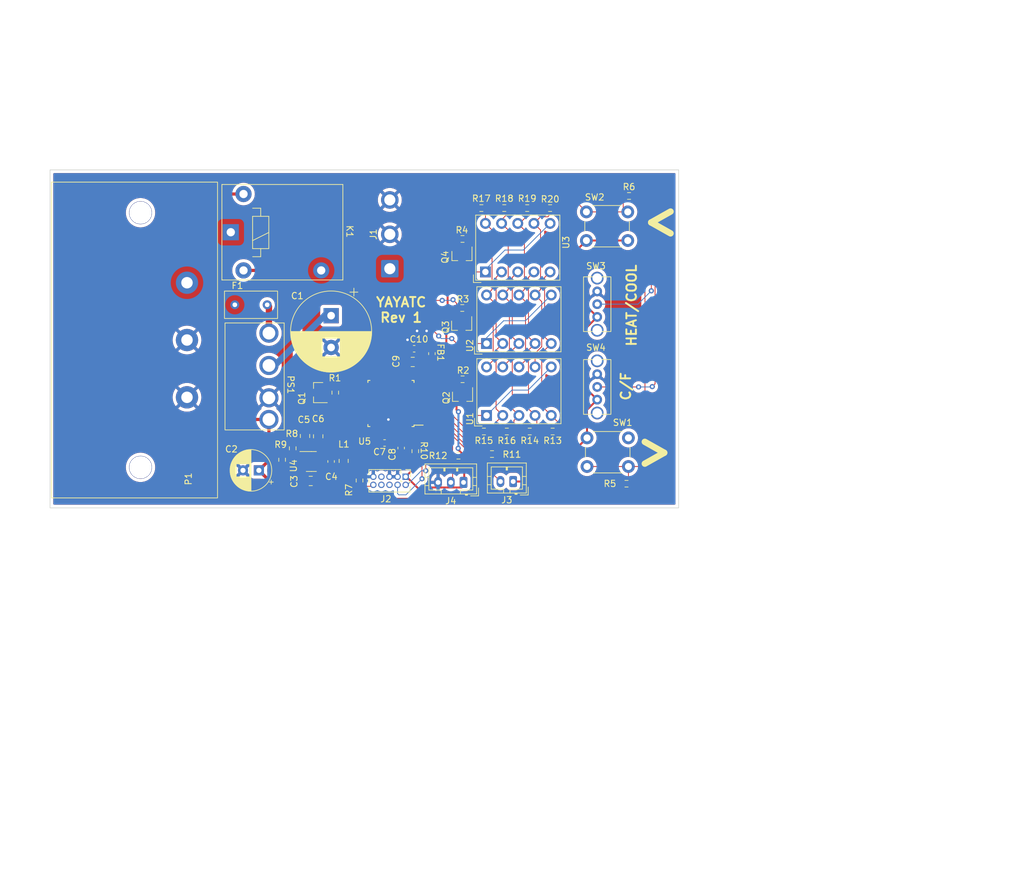
<source format=kicad_pcb>
(kicad_pcb (version 20201220) (generator pcbnew)
  (layers (0 "F.Cu" signal) (31 "B.Cu" signal) (34 "B.Paste" user) (35 "F.Paste" user) (36 "B.SilkS" user "B.Silkscreen") (37 "F.SilkS" user "F.Silkscreen") (38 "B.Mask" user) (39 "F.Mask" user) (44 "Edge.Cuts" user))
  (net 0 "")
  (net 1 "~RESET")
  (net 2 "GND")
  (net 3 "Net-(C1-Pad1)")
  (net 4 "Net-(C4-Pad2)")
  (net 5 "SWCLK")
  (net 6 "SWDIO")
  (net 7 "+3V3")
  (net 8 "Net-(C4-Pad1)")
  (net 9 "Net-(U5-Pad1)")
  (net 10 "+12V")
  (net 11 "Net-(U5-Pad2)")
  (net 12 "Net-(C7-Pad2)")
  (net 13 "Net-(F1-Pad2)")
  (net 14 "Net-(C10-Pad1)")
  (net 15 "no_connect_56")
  (net 16 "no_connect_57")
  (net 17 "Net-(K1-Pad2)")
  (net 18 "AC")
  (net 19 "TEMP_DOWN")
  (net 20 "TEMP_UP")
  (net 21 "Net-(U5-Pad23)")
  (net 22 "7SEG_A")
  (net 23 "Net-(U5-Pad24)")
  (net 24 "7SEG_B")
  (net 25 "NTC_SENSE")
  (net 26 "7SEG_C")
  (net 27 "1WIRE_DATA")
  (net 28 "Net-(Q3-Pad3)")
  (net 29 "Net-(Q4-Pad3)")
  (net 30 "7SEG_D")
  (net 31 "Net-(R8-Pad2)")
  (net 32 "7SEG_E")
  (net 33 "7SEG_F")
  (net 34 "7SEG_G")
  (net 35 "7SEG_DP")
  (net 36 "Net-(U5-Pad25)")
  (net 37 "Net-(U5-Pad27)")
  (net 38 "Net-(R13-Pad2)")
  (net 39 "Net-(R14-Pad2)")
  (net 40 "Net-(R15-Pad2)")
  (net 41 "no_connect_58")
  (net 42 "/LINE_OUT")
  (net 43 "Net-(Q1-Pad1)")
  (net 44 "Net-(R16-Pad2)")
  (net 45 "Net-(Q2-Pad3)")
  (net 46 "Net-(Q2-Pad1)")
  (net 47 "Net-(Q3-Pad1)")
  (net 48 "Net-(Q4-Pad1)")
  (net 49 "RELAY_SWITCH")
  (net 50 "DRIVE_DISP0")
  (net 51 "DRIVE_DISP1")
  (net 52 "DRIVE_DISP2")
  (net 53 "HEAT{slash}~COOL")
  (net 54 "C{slash}~F")
  (net 55 "Net-(R17-Pad2)")
  (net 56 "Net-(R18-Pad2)")
  (net 57 "Net-(R19-Pad2)")
  (net 58 "Net-(R20-Pad2)")
  (footprint "Button_Switch_THT:SW_PUSH_6mm_H13mm" (layer "F.Cu") (at 128.8 40.8 180)
    (fp_text reference "SW2")
    (fp_text value "SW_SPST")
  )
  (footprint "ben_parts:OS102011MS2Q*" (layer "F.Cu") (at 124 50.8 90)
    (fp_text reference "SW3")
    (fp_text value "SW_SPDT")
  )
  (footprint "ben_parts:LSxx-K3BxxSS" (layer "F.Cu") (at 72.43 55.35 -90)
    (fp_text reference "PS1")
    (fp_text value "LS03-K3B12SS")
  )
  (footprint "Resistor_SMD:R_0603_1608Metric_Pad0.98x0.95mm_HandSolder" (layer "F.Cu") (at 106.2 70.8 180)
    (fp_text reference "R15")
    (fp_text value "330R")
  )
  (footprint "Button_Switch_THT:SW_PUSH_6mm_H13mm" (layer "F.Cu") (at 122.4 71.8)
    (fp_text reference "SW1")
    (fp_text value "SW_SPST")
  )
  (footprint "Resistor_SMD:R_0603_1608Metric_Pad0.98x0.95mm_HandSolder" (layer "F.Cu") (at 95.425 73.89 90)
    (fp_text reference "R10")
    (fp_text value "1k")
  )
  (footprint "Banana:Banana" (layer "F.Cu") (at 131.7 71.5)
    (fp_text reference "G***" hide)
    (fp_text value "LOGO" hide)
  )
  (footprint "Resistor_SMD:R_0603_1608Metric_Pad0.98x0.95mm_HandSolder" (layer "F.Cu") (at 102.2 74.6 180)
    (fp_text reference "R12")
    (fp_text value "4.7k")
  )
  (footprint "Capacitor_THT:CP_Radial_D6.3mm_P2.50mm" (layer "F.Cu") (at 70.855 76.905 180)
    (fp_text reference "C2")
    (fp_text value "220u")
  )
  (footprint "Connector_PinHeader_1.27mm:PinHeader_2x05_P1.27mm_Vertical" (layer "F.Cu") (at 93.91 77.91 -90)
    (fp_text reference "J2")
    (fp_text value "Conn_ARM_JTAG_SWD_10")
  )
  (footprint "Resistor_SMD:R_0603_1608Metric_Pad0.98x0.95mm_HandSolder" (layer "F.Cu") (at 107.47 74.34)
    (fp_text reference "R11")
    (fp_text value "10k")
  )
  (footprint "Display_7Segment:Sx39-1xxxxx" (layer "F.Cu") (at 106.619499 68.274499 90)
    (fp_text reference "U1")
    (fp_text value "SA39-12EWA")
  )
  (footprint "Package_QFP:TQFP-32_7x7mm_P0.8mm" (layer "F.Cu") (at 91.6 66.4 180)
    (fp_text reference "U5")
    (fp_text value "ATSAMD21E15A-A")
  )
  (footprint "ben_parts:703W-00-54" (layer "F.Cu") (at 59.56 56.43 90)
    (fp_text reference "P1")
    (fp_text value "Conn_WallPlug_Earth")
  )
  (footprint "Display_7Segment:Sx39-1xxxxx" (layer "F.Cu") (at 106.439499 45.729499 90)
    (fp_text reference "U3")
    (fp_text value "SA39-12EWA")
  )
  (footprint "Resistor_SMD:R_0603_1608Metric_Pad0.98x0.95mm_HandSolder" (layer "F.Cu") (at 102.84 40.555241 180)
    (fp_text reference "R4")
    (fp_text value "680R")
  )
  (footprint "ben_parts:Relay_AZ945_A" (layer "F.Cu") (at 74.14 39.195 180)
    (fp_text reference "K1")
    (fp_text value "AZ943-1AH-12DE")
  )
  (footprint "Resistor_SMD:R_0603_1608Metric_Pad0.98x0.95mm_HandSolder" (layer "F.Cu") (at 74.5 75.24 -90)
    (fp_text reference "R9")
    (fp_text value "10k")
  )
  (footprint "Package_TO_SOT_SMD:SOT-23" (layer "F.Cu") (at 102.71 54.145 -90)
    (fp_text reference "Q3")
    (fp_text value "BC858")
  )
  (footprint "Resistor_SMD:R_0603_1608Metric_Pad0.98x0.95mm_HandSolder" (layer "F.Cu") (at 86.665 78.495 -90)
    (fp_text reference "R7")
    (fp_text value "10k")
  )
  (footprint "Capacitor_SMD:C_0603_1608Metric_Pad1.08x0.95mm_HandSolder" (layer "F.Cu") (at 93.2 73.4 -90)
    (fp_text reference "C8")
    (fp_text value "100n")
  )
  (footprint "Package_TO_SOT_SMD:SOT-23" (layer "F.Cu") (at 102.85002 65.30002 -90)
    (fp_text reference "Q2")
    (fp_text value "BC858")
  )
  (footprint "Resistor_SMD:R_0603_1608Metric_Pad0.98x0.95mm_HandSolder" (layer "F.Cu") (at 76.165 73.44 -90)
    (fp_text reference "R8")
    (fp_text value "33k")
  )
  (footprint "Capacitor_SMD:C_0603_1608Metric_Pad1.08x0.95mm_HandSolder" (layer "F.Cu") (at 95.245 57.805 180)
    (fp_text reference "C10")
    (fp_text value "100n")
  )
  (footprint "Resistor_SMD:R_0603_1608Metric_Pad0.98x0.95mm_HandSolder" (layer "F.Cu") (at 102.85002 62.60002 180)
    (fp_text reference "R2")
    (fp_text value "680R")
  )
  (footprint "Resistor_SMD:R_0603_1608Metric_Pad0.98x0.95mm_HandSolder" (layer "F.Cu") (at 82.855 64.695 90)
    (fp_text reference "R1")
    (fp_text value "680R")
  )
  (footprint "Inductor_SMD:L_0603_1608Metric_Pad1.05x0.95mm_HandSolder" (layer "F.Cu") (at 98.035 58.57 90)
    (fp_text reference "FB1")
    (fp_text value "1k@100M")
  )
  (footprint "Package_TO_SOT_SMD:SOT-23" (layer "F.Cu") (at 102.75 43.2 -90)
    (fp_text reference "Q4")
    (fp_text value "BC858")
  )
  (footprint "Resistor_SMD:R_0603_1608Metric_Pad0.98x0.95mm_HandSolder" (layer "F.Cu") (at 116.6 35.7 180)
    (fp_text reference "R20")
    (fp_text value "330R")
  )
  (footprint "Resistor_SMD:R_0603_1608Metric_Pad0.98x0.95mm_HandSolder" (layer "F.Cu") (at 109.8 70.8 180)
    (fp_text reference "R16")
    (fp_text value "330R")
  )
  (footprint "Capacitor_SMD:C_0805_2012Metric_Pad1.18x1.45mm_HandSolder" (layer "F.Cu") (at 78.1 71.505 90)
    (fp_text reference "C5")
    (fp_text value "10u")
  )
  (footprint "Capacitor_SMD:C_0603_1608Metric_Pad1.08x0.95mm_HandSolder" (layer "F.Cu") (at 82.195 75.51 -90)
    (fp_text reference "C4")
    (fp_text value "100n")
  )
  (footprint "Resistor_SMD:R_0603_1608Metric_Pad0.98x0.95mm_HandSolder" (layer "F.Cu") (at 109.4 35.7 180)
    (fp_text reference "R18")
    (fp_text value "330R")
  )
  (footprint "ben_parts:OS102011MS2Q*" (layer "F.Cu") (at 124 63.8 90)
    (fp_text reference "SW4")
    (fp_text value "SW_SPDT")
  )
  (footprint "Package_TO_SOT_SMD:SOT-23" (layer "F.Cu") (at 80.2 64.695 180)
    (fp_text reference "Q1")
    (fp_text value "BC849")
  )
  (footprint "Resistor_SMD:R_0603_1608Metric_Pad0.98x0.95mm_HandSolder" (layer "F.Cu") (at 129 33.8)
    (fp_text reference "R6")
    (fp_text value "10k")
  )
  (footprint "Capacitor_SMD:C_0805_2012Metric_Pad1.18x1.45mm_HandSolder" (layer "F.Cu") (at 79 78.57)
    (fp_text reference "C3")
    (fp_text value "10u")
  )
  (footprint "Resistor_SMD:R_0603_1608Metric_Pad0.98x0.95mm_HandSolder" (layer "F.Cu") (at 128.6 79 180)
    (fp_text reference "R5")
    (fp_text value "10k")
  )
  (footprint "Resistor_SMD:R_0603_1608Metric_Pad0.98x0.95mm_HandSolder" (layer "F.Cu") (at 117 70.8 180)
    (fp_text reference "R13")
    (fp_text value "330R")
  )
  (footprint "Inductor_SMD:L_0805_2012Metric_Pad1.15x1.40mm_HandSolder" (layer "F.Cu") (at 84.175 75.42 90)
    (fp_text reference "L1")
    (fp_text value "3.3uH")
  )
  (footprint "Connector_JST:JST_PH_B3B-PH-K_1x03_P2.00mm_Vertical" (layer "F.Cu") (at 103 78.8 180)
    (fp_text reference "J4")
    (fp_text value "Conn_01x03")
  )
  (footprint "Connector_Wire:SolderWire-1sqmm_1x03_P5.4mm_D1.4mm_OD2.7mm" (layer "F.Cu") (at 91.42 45.225 90)
    (fp_text reference "J1")
    (fp_text value "Conn_WallSocket_Earth")
  )
  (footprint "Resistor_SMD:R_0603_1608Metric_Pad0.98x0.95mm_HandSolder" (layer "F.Cu") (at 105.8 35.7 180)
    (fp_text reference "R17")
    (fp_text value "330R")
  )
  (footprint "Display_7Segment:Sx39-1xxxxx" (layer "F.Cu") (at 106.619499 56.979499 90)
    (fp_text reference "U2")
    (fp_text value "SA39-12EWA")
  )
  (footprint "Capacitor_SMD:C_0603_1608Metric_Pad1.08x0.95mm_HandSolder" (layer "F.Cu") (at 90.6 72.6)
    (fp_text reference "C7")
    (fp_text value "1u")
  )
  (footprint "Connector_JST:JST_PH_B2B-PH-K_1x02_P2.00mm_Vertical" (layer "F.Cu") (at 110.8 78.66 180)
    (fp_text reference "J3")
    (fp_text value "Conn_01x02")
  )
  (footprint "Capacitor_THT:CP_Radial_D12.5mm_P5.00mm" (layer "F.Cu") (at 82.2 52.6 -90)
    (fp_text reference "C1")
    (fp_text value "22u 400V")
  )
  (footprint "Resistor_SMD:R_0603_1608Metric_Pad0.98x0.95mm_HandSolder" (layer "F.Cu") (at 113.4 70.8 180)
    (fp_text reference "R14")
    (fp_text value "330R")
  )
  (footprint "Resistor_SMD:R_0603_1608Metric_Pad0.98x0.95mm_HandSolder" (layer "F.Cu") (at 113 35.7 180)
    (fp_text reference "R19")
    (fp_text value "330R")
  )
  (footprint "Capacitor_SMD:C_0805_2012Metric_Pad1.18x1.45mm_HandSolder" (layer "F.Cu") (at 95.02 59.875 180)
    (fp_text reference "C9")
    (fp_text value "10u")
  )
  (footprint "Resistor_SMD:R_0603_1608Metric_Pad0.98x0.95mm_HandSolder" (layer "F.Cu") (at 102.8 51.4 180)
    (fp_text reference "R3")
    (fp_text value "680R")
  )
  (footprint "Capacitor_SMD:C_0805_2012Metric_Pad1.18x1.45mm_HandSolder" (layer "F.Cu") (at 80.17 71.55 90)
    (fp_text reference "C6")
    (fp_text value "10u")
  )
  (footprint "ben_parts:0697H1000-02" (layer "F.Cu") (at 67.075 50.895)
    (fp_text reference "F1")
    (fp_text value "1A SB")
  )
  (footprint "Package_TO_SOT_SMD:TSOT-23-6" (layer "F.Cu") (at 79.09 75.51)
    (fp_text reference "U4")
    (fp_text value "AP63201WU")
  )
  (gr_rect (start 38.05 29.7) (end 136.8 82.8) (layer "Edge.Cuts") (width 0.1) (fill none))
  (gr_text "HEAT/COOL" (at 129.4 51 90) (layer "F.SilkS") (effects (font (size 1.5 1.5) (thickness 0.3))))
  (gr_text ">" (at 133 73.7) (layer "F.SilkS") (effects (font (size 6 4) (thickness 1))))
  (gr_text ">" (at 134 38.4 180) (layer "F.SilkS") (effects (font (size 6 4) (thickness 1))))
  (gr_text "C/F" (at 128.5 63.7 90) (layer "F.SilkS") (effects (font (size 1.5 1.5) (thickness 0.3))))
  (gr_text "YAYATC\nRev 1" (at 93.2 51.7) (layer "F.SilkS") (effects (font (size 1.5 1.5) (thickness 0.3))))
  (segment (start 88.375 76.02) (end 87.655 76.74) (width 0.127) (layer "F.Cu") (net 1))
  (segment (start 88.375 71.52) (end 88.375 76.02) (width 0.127) (layer "F.Cu") (net 1))
  (segment (start 88.4 71.45) (end 88.139499 71.710501) (width 0.127) (layer "F.Cu") (net 1))
  (segment (start 87.655 76.74) (end 87.655 78.4175) (width 0.127) (layer "F.Cu") (net 1))
  (segment (start 86.665 79.4075) (end 88.6025 79.4075) (width 0.127) (layer "F.Cu") (net 1))
  (segment (start 88.6025 79.4075) (end 88.83 79.18) (width 0.127) (layer "F.Cu") (net 1))
  (segment (start 87.655 78.4175) (end 86.665 79.4075) (width 0.127) (layer "F.Cu") (net 1))
  (segment (start 94.3825 59.475) (end 93.9825 59.875) (width 0.127) (layer "F.Cu") (net 2))
  (segment (start 91.2 70.65) (end 91.2 68.925) (width 0.127) (layer "F.Cu") (net 2))
  (segment (start 93.6 62.15) (end 93.6 60.2575) (width 0.127) (layer "F.Cu") (net 2))
  (segment (start 93.6 60.2575) (end 93.9825 59.875) (width 0.127) (layer "F.Cu") (net 2))
  (segment (start 91.2 68.925) (end 91.195 68.92) (width 0.127) (layer "F.Cu") (net 2))
  (segment (start 94.3825 57.805) (end 94.3825 59.475) (width 0.254) (layer "F.Cu") (net 2))
  (via (at 91.195 68.92) (size 0.8) (drill 0.4) (layers "F.Cu" "B.Cu") (net 2))
  (via (at 94.2 56.4) (size 0.8) (drill 0.4) (layers "F.Cu" "B.Cu") (net 2))
  (via (at 97.2 55) (size 0.8) (drill 0.4) (layers "F.Cu" "B.Cu") (net 2))
  (via (at 95.7 55) (size 0.8) (drill 0.4) (layers "F.Cu" "B.Cu") (net 2))
  (segment (start 73.335 60.43) (end 81.25 52.515) (width 1) (layer "B.Cu") (net 3))
  (segment (start 72.43 60.43) (end 73.335 60.43) (width 1) (layer "B.Cu") (net 3))
  (segment (start 81.25 52.515) (end 82.285 52.515) (width 1) (layer "B.Cu") (net 3))
  (segment (start 82.195 76.3725) (end 84.1025 76.3725) (width 0.127) (layer "F.Cu") (net 4))
  (segment (start 80.2275 75.51) (end 81.3325 75.51) (width 0.127) (layer "F.Cu") (net 4))
  (segment (start 81.3325 75.51) (end 82.195 76.3725) (width 0.127) (layer "F.Cu") (net 4))
  (segment (start 84.1025 76.3725) (end 84.175 76.445) (width 0.127) (layer "F.Cu") (net 4))
  (segment (start 94.435 72.405) (end 94.8525 72.405) (width 0.127) (layer "F.Cu") (net 5))
  (segment (start 93.6 71.57) (end 93.72851 71.69851) (width 0.127) (layer "F.Cu") (net 5))
  (segment (start 94.8525 72.405) (end 95.425 72.9775) (width 0.127) (layer "F.Cu") (net 5))
  (segment (start 93.6 70.6) (end 93.6 71.57) (width 0.127) (layer "F.Cu") (net 5))
  (segment (start 96.475 74.0275) (end 95.425 72.9775) (width 0.127) (layer "F.Cu") (net 5))
  (segment (start 93.6 71.57) (end 94.435 72.405) (width 0.127) (layer "F.Cu") (net 5))
  (segment (start 96.475 78.225) (end 96.475 74.0275) (width 0.127) (layer "F.Cu") (net 5))
  (via (at 96.475 78.225) (size 0.8) (drill 0.4) (layers "F.Cu" "B.Cu") (net 5))
  (segment (start 92.64 80.555) (end 92.64 79.18) (width 0.127) (layer "B.Cu") (net 5))
  (segment (start 92.83 80.745) (end 92.64 80.555) (width 0.127) (layer "B.Cu") (net 5))
  (segment (start 93.955 80.745) (end 92.83 80.745) (width 0.127) (layer "B.Cu") (net 5))
  (segment (start 96.475 78.225) (end 93.955 80.745) (width 0.127) (layer "B.Cu") (net 5))
  (segment (start 97.0655 76.965) (end 97.0655 73.3155) (width 0.127) (layer "F.Cu") (net 6))
  (segment (start 97.0655 73.3155) (end 94.4 70.65) (width 0.127) (layer "F.Cu") (net 6))
  (via (at 97.0655 76.965) (size 0.8) (drill 0.4) (layers "F.Cu" "B.Cu") (net 6))
  (segment (start 94.154082 79.18) (end 96.369082 76.965) (width 0.127) (layer "B.Cu") (net 6))
  (segment (start 93.91 79.18) (end 94.154082 79.18) (width 0.127) (layer "B.Cu") (net 6))
  (segment (start 96.369082 76.965) (end 97.0655 76.965) (width 0.127) (layer "B.Cu") (net 6))
  (segment (start 98.035 60.635) (end 100.3 62.9) (width 0.3) (layer "F.Cu") (net 7))
  (segment (start 92.89 70.85) (end 92.89 72.5625) (width 0.3) (layer "F.Cu") (net 7))
  (segment (start 101.145 53.145) (end 101.76 53.145) (width 0.3) (layer "F.Cu") (net 7))
  (segment (start 122.4 71.8) (end 115.54 78.66) (width 0.3) (layer "F.Cu") (net 7))
  (segment (start 121.3 63.1) (end 121.3 55.5) (width 0.3) (layer "F.Cu") (net 7))
  (segment (start 101.70002 64.30002) (end 100.3 62.9) (width 0.3) (layer "F.Cu") (net 7))
  (segment (start 96.228988 79.59501) (end 95.98 79.843998) (width 0.3) (layer "F.Cu") (net 7))
  (segment (start 128.8 40.8) (end 122.3 40.8) (width 0.3) (layer "F.Cu") (net 7))
  (segment (start 95.98 79.843998) (end 94.046002 77.91) (width 0.3) (layer "F.Cu") (net 7))
  (segment (start 93.474052 72.9375) (end 95.339052 74.8025) (width 0.5) (layer "F.Cu") (net 7))
  (segment (start 124 52.8) (end 121.2 50) (width 0.3) (layer "F.Cu") (net 7))
  (segment (start 94.135 77.685) (end 93.91 77.91) (width 0.5) (layer "F.Cu") (net 7))
  (segment (start 95.425 76.395) (end 93.91 77.91) (width 0.3) (layer "F.Cu") (net 7))
  (segment (start 80.125 72.5425) (end 80.17 72.5875) (width 0.5) (layer "F.Cu") (net 7))
  (segment (start 86.665 77.5825) (end 85.73999 78.50751) (width 0.3) (layer "F.Cu") (net 7))
  (segment (start 82.3675 72.5875) (end 80.17 72.5875) (width 0.5) (layer "F.Cu") (net 7))
  (segment (start 102.160123 73.439877) (end 102.160123 73.647623) (width 0.3) (layer "F.Cu") (net 7))
  (segment (start 121.2 41.9) (end 122.3 40.8) (width 0.3) (layer "F.Cu") (net 7))
  (segment (start 101.90002 66.29998) (end 101.90002 67.40002) (width 0.3) (layer "F.Cu") (net 7))
  (segment (start 76.165 72.5275) (end 78.085 72.5275) (width 0.5) (layer "F.Cu") (net 7))
  (segment (start 87.172714 81.375) (end 95.035 81.375) (width 0.3) (layer "F.Cu") (net 7))
  (segment (start 115.54 78.66) (end 110.8 78.66) (width 0.3) (layer "F.Cu") (net 7))
  (segment (start 124 65.8) (end 122.4 67.4) (width 0.3) (layer "F.Cu") (net 7))
  (segment (start 95.035 81.375) (end 95.98 80.43) (width 0.3) (layer "F.Cu") (net 7))
  (segment (start 102.160123 73.647623) (end 103.1125 74.6) (width 0.3) (layer "F.Cu") (net 7))
  (segment (start 95.98 80.43) (end 95.98 79.843998) (width 0.3) (layer "F.Cu") (net 7))
  (segment (start 121.2 50) (end 121.2 41.9) (width 0.3) (layer "F.Cu") (net 7))
  (segment (start 95.425 74.8025) (end 95.425 76.395) (width 0.3) (layer "F.Cu") (net 7))
  (segment (start 92.89 72.5625) (end 93.265 72.9375) (width 0.3) (layer "F.Cu") (net 7))
  (segment (start 100.3 54.605) (end 100.3 62.9) (width 0.3) (layer "F.Cu") (net 7))
  (segment (start 101.90002 67.40002) (end 102.2 67.7) (width 0.3) (layer "F.Cu") (net 7))
  (segment (start 85.4125 74.395) (end 86.665 75.6475) (width 0.5) (layer "F.Cu") (net 7))
  (segment (start 101.90002 64.30002) (end 101.70002 64.30002) (width 0.3) (layer "F.Cu") (net 7))
  (segment (start 94.046002 77.91) (end 93.91 77.91) (width 0.3) (layer "F.Cu") (net 7))
  (segment (start 100.5 52.5) (end 101.145 53.145) (width 0.3) (layer "F.Cu") (net 7))
  (segment (start 101.90002 64.30002) (end 101.90002 66.29998) (width 0.3) (layer "F.Cu") (net 7))
  (segment (start 85.73999 79.942276) (end 87.172714 81.375) (width 0.3) (layer "F.Cu") (net 7))
  (segment (start 103.1125 78.6875) (end 103 78.8) (width 0.3) (layer "F.Cu") (net 7))
  (segment (start 85.73999 78.50751) (end 85.73999 79.942276) (width 0.3) (layer "F.Cu") (net 7))
  (segment (start 93.265 72.9375) (end 93.474052 72.9375) (width 0.5) (layer "F.Cu") (net 7))
  (segment (start 100.5 43.5) (end 100.5 52.5) (width 0.3) (layer "F.Cu") (net 7))
  (segment (start 98.035 59.445) (end 98.035 60.635) (width 0.3) (layer "F.Cu") (net 7))
  (segment (start 122.4 67.4) (end 122.4 71.8) (width 0.3) (layer "F.Cu") (net 7))
  (segment (start 121.3 55.5) (end 124 52.8) (width 0.3) (layer "F.Cu") (net 7))
  (segment (start 103.1125 74.6) (end 103.1125 78.6875) (width 0.3) (layer "F.Cu") (net 7))
  (segment (start 84.175 74.395) (end 82.3675 72.5875) (width 0.5) (layer "F.Cu") (net 7))
  (segment (start 101.76 53.145) (end 100.3 54.605) (width 0.3) (layer "F.Cu") (net 7))
  (segment (start 84.175 74.395) (end 85.4125 74.395) (width 0.5) (layer "F.Cu") (net 7))
  (segment (start 101.8 42.2) (end 100.5 43.5) (width 0.3) (layer "F.Cu") (net 7))
  (segment (start 102.70999 79.59501) (end 96.228988 79.59501) (width 0.3) (layer "F.Cu") (net 7))
  (segment (start 86.665 75.6475) (end 86.665 77.5825) (width 0.5) (layer "F.Cu") (net 7))
  (segment (start 78.1 72.5425) (end 80.125 72.5425) (width 0.5) (layer "F.Cu") (net 7))
  (segment (start 124 65.8) (end 121.3 63.1) (width 0.3) (layer "F.Cu") (net 7))
  (segment (start 101.533019 64.30002) (end 101.90002 64.30002) (width 0.3) (layer "F.Cu") (net 7))
  (segment (start 78.085 72.5275) (end 78.1 72.5425) (width 0.5) (layer "F.Cu") (net 7))
  (via (at 102.2 67.7) (size 0.8) (drill 0.4) (layers "F.Cu" "B.Cu") (net 7))
  (via (at 102.160123 73.439877) (size 0.8) (drill 0.4) (layers "F.Cu" "B.Cu") (net 7))
  (segment (start 102.2 73.4) (end 102.160123 73.439877) (width 0.3) (layer "B.Cu") (net 7))
  (segment (start 102.2 67.7) (end 102.2 68.5) (width 0.3) (layer "B.Cu") (net 7))
  (segment (start 102.2 67.7) (end 102.2 73.4) (width 0.3) (layer "B.Cu") (net 7))
  (segment (start 80.315 74.6475) (end 80.2275 74.56) (width 0.127) (layer "F.Cu") (net 8))
  (segment (start 82.195 74.6475) (end 80.315 74.6475) (width 0.127) (layer "F.Cu") (net 8))
  (segment (start 77.9625 78.57) (end 72.52 78.57) (width 0.5) (layer "F.Cu") (net 10))
  (segment (start 51.64 65.115) (end 55.435 68.91) (width 0.5) (layer "F.Cu") (net 10))
  (segment (start 51.64 44.186172) (end 51.64 65.115) (width 0.5) (layer "F.Cu") (net 10))
  (segment (start 62.331172 33.495) (end 51.64 44.186172) (width 0.5) (layer "F.Cu") (net 10))
  (segment (start 72.43 75.33) (end 72.43 68.91) (width 0.5) (layer "F.Cu") (net 10))
  (segment (start 68.44 33.495) (end 62.331172 33.495) (width 0.5) (layer "F.Cu") (net 10))
  (segment (start 55.435 68.91) (end 72.43 68.91) (width 0.5) (layer "F.Cu") (net 10))
  (segment (start 72.52 78.57) (end 70.855 76.905) (width 0.5) (layer "F.Cu") (net 10))
  (segment (start 77.9625 78.57) (end 77.9625 76.57001) (width 0.5) (layer "F.Cu") (net 10))
  (segment (start 70.855 76.905) (end 72.43 75.33) (width 0.5) (layer "F.Cu") (net 10))
  (segment (start 77.9625 76.57001) (end 77.9525 76.56001) (width 0.5) (layer "F.Cu") (net 10))
  (segment (start 92.09 72.4475) (end 91.6 72.9375) (width 0.127) (layer "F.Cu") (net 12))
  (segment (start 92.09 70.85) (end 92.09 72.4475) (width 0.127) (layer "F.Cu") (net 12))
  (segment (start 72.43 51.17) (end 72.155 50.895) (width 1) (layer "F.Cu") (net 13))
  (segment (start 72.43 55.35) (end 72.43 51.17) (width 1) (layer "F.Cu") (net 13))
  (segment (start 94.4 62.15) (end 95.04 62.15) (width 0.2) (layer "F.Cu") (net 14))
  (segment (start 96.1075 59.825) (end 96.0575 59.875) (width 0.2) (layer "F.Cu") (net 14))
  (segment (start 96.1075 57.805) (end 96.1075 59.825) (width 0.2) (layer "F.Cu") (net 14))
  (segment (start 95.04 62.15) (end 96.0575 61.1325) (width 0.2) (layer "F.Cu") (net 14))
  (segment (start 96.2225 57.69) (end 96.1075 57.805) (width 0.127) (layer "F.Cu") (net 14))
  (segment (start 97.855 57.69) (end 96.2225 57.69) (width 0.2) (layer "F.Cu") (net 14))
  (segment (start 96.0575 61.1325) (end 96.0575 59.875) (width 0.2) (layer "F.Cu") (net 14))
  (segment (start 76.93 62.425) (end 79.2 64.695) (width 0.5) (layer "F.Cu") (net 17))
  (segment (start 76.93 50.175) (end 76.93 62.425) (width 0.5) (layer "F.Cu") (net 17))
  (segment (start 68.44 45.495) (end 72.25 45.495) (width 0.5) (layer "F.Cu") (net 17))
  (segment (start 72.25 45.495) (end 76.93 50.175) (width 0.5) (layer "F.Cu") (net 17))
  (segment (start 66.44 39.495) (end 61.795 39.495) (width 6) (layer "F.Cu") (net 18))
  (segment (start 61.795 39.495) (end 59.56 41.73) (width 6) (layer "F.Cu") (net 18))
  (segment (start 59.56 41.73) (end 59.56 47.43) (width 6) (layer "F.Cu") (net 18))
  (segment (start 59.56 47.43) (end 63.025 50.895) (width 6) (layer "F.Cu") (net 18))
  (segment (start 63.025 50.895) (end 67.075 50.895) (width 6) (layer "F.Cu") (net 18))
  (segment (start 130.5 76.3) (end 128.9 76.3) (width 0.127) (layer "F.Cu") (net 19))
  (segment (start 86 57.5) (end 96.5 47) (width 0.127) (layer "F.Cu") (net 19))
  (segment (start 131.5 33.6) (end 131.5 75.3) (width 0.127) (layer "F.Cu") (net 19))
  (segment (start 86 64.394436) (end 86 57.5) (width 0.127) (layer "F.Cu") (net 19))
  (segment (start 130.8 32.9) (end 131.5 33.6) (width 0.127) (layer "F.Cu") (net 19))
  (segment (start 87.35 65.2) (end 86.805564 65.2) (width 0.127) (layer "F.Cu") (net 19))
  (segment (start 104.381524 32.9) (end 130.8 32.9) (width 0.127) (layer "F.Cu") (net 19))
  (segment (start 96.5 47) (end 96.5 40.781524) (width 0.127) (layer "F.Cu") (net 19))
  (segment (start 86.805564 65.2) (end 86 64.394436) (width 0.127) (layer "F.Cu") (net 19))
  (segment (start 122.4 76.3) (end 128.9 76.3) (width 0.127) (layer "F.Cu") (net 19))
  (segment (start 131.5 75.3) (end 130.5 76.3) (width 0.127) (layer "F.Cu") (net 19))
  (segment (start 128.9 78.3875) (end 129.5125 79) (width 0.127) (layer "F.Cu") (net 19))
  (segment (start 128.9 76.3) (end 128.9 78.3875) (width 0.127) (layer "F.Cu") (net 19))
  (segment (start 96.5 40.781524) (end 104.381524 32.9) (width 0.127) (layer "F.Cu") (net 19))
  (segment (start 97.1 47) (end 97.1 40.540762) (width 0.127) (layer "F.Cu") (net 20))
  (segment (start 128.0875 33.8) (end 128.0875 35.5875) (width 0.127) (layer "F.Cu") (net 20))
  (segment (start 97.1 40.540762) (end 104.40282 33.237942) (width 0.127) (layer "F.Cu") (net 20))
  (segment (start 87.35 64.4) (end 87.35 64.25) (width 0.127) (layer "F.Cu") (net 20))
  (segment (start 119.237942 33.237942) (end 122.3 36.3) (width 0.127) (layer "F.Cu") (net 20))
  (segment (start 128.0875 35.5875) (end 128.8 36.3) (width 0.127) (layer "F.Cu") (net 20))
  (segment (start 86.35948 63.953916) (end 86.35948 57.74052) (width 0.127) (layer "F.Cu") (net 20))
  (segment (start 128.8 36.3) (end 122.3 36.3) (width 0.127) (layer "F.Cu") (net 20))
  (segment (start 104.40282 33.237942) (end 119.237942 33.237942) (width 0.127) (layer "F.Cu") (net 20))
  (segment (start 87.35 64.25) (end 87.16552 64.06552) (width 0.127) (layer "F.Cu") (net 20))
  (segment (start 87.16552 64.06552) (end 86.471084 64.06552) (width 0.127) (layer "F.Cu") (net 20))
  (segment (start 86.35948 57.74052) (end 97.1 47) (width 0.127) (layer "F.Cu") (net 20))
  (segment (start 86.471084 64.06552) (end 86.35948 63.953916) (width 0.127) (layer "F.Cu") (net 20))
  (segment (start 107.660009 50.400009) (end 106.619499 49.359499) (width 0.127) (layer "F.Cu") (net 22))
  (segment (start 107.480009 48.498989) (end 107.480009 39.150009) (width 0.127) (layer "F.Cu") (net 22))
  (segment (start 106.7125 36.4) (end 106.439499 36.673001) (width 0.127) (layer "F.Cu") (net 22))
  (segment (start 107.480009 39.150009) (end 106.439499 38.109499) (width 0.127) (layer "F.Cu") (net 22))
  (segment (start 106.619499 60.654499) (end 107.660009 59.613989) (width 0.127) (layer "F.Cu") (net 22))
  (segment (start 106.619499 49.359499) (end 107.480009 48.498989) (width 0.127) (layer "F.Cu") (net 22))
  (segment (start 107.660009 59.613989) (end 107.660009 50.400009) (width 0.127) (layer "F.Cu") (net 22))
  (segment (start 106.439499 38.109499) (end 106.439499 36.673001) (width 0.127) (layer "F.Cu") (net 22))
  (segment (start 106.7125 35.7) (end 106.7125 36.4) (width 0.127) (layer "F.Cu") (net 22))
  (segment (start 109.159499 60.654499) (end 110.2 59.613998) (width 0.127) (layer "F.Cu") (net 24))
  (segment (start 110.2 50.4) (end 109.159499 49.359499) (width 0.127) (layer "F.Cu") (net 24))
  (segment (start 109.159499 49.359499) (end 110.02 48.498998) (width 0.127) (layer "F.Cu") (net 24))
  (segment (start 108.979499 37.533001) (end 110.7125 35.8) (width 0.127) (layer "F.Cu") (net 24))
  (segment (start 108.979499 38.109499) (end 108.979499 37.533001) (width 0.127) (layer "F.Cu") (net 24))
  (segment (start 110.02 39.15) (end 108.979499 38.109499) (width 0.127) (layer "F.Cu") (net 24))
  (segment (start 110.02 48.498998) (end 110.02 39.15) (width 0.127) (layer "F.Cu") (net 24))
  (segment (start 110.2 59.613998) (end 110.2 50.4) (width 0.127) (layer "F.Cu") (net 24))
  (segment (start 106.5575 74.34) (end 104.14 74.34) (width 0.127) (layer "F.Cu") (net 25))
  (segment (start 103.611452 73.76148) (end 103.56148 73.76148) (width 0.127) (layer "F.Cu") (net 25))
  (segment (start 104.14 74.34) (end 103.96352 74.16352) (width 0.127) (layer "F.Cu") (net 25))
  (segment (start 96.6 66.8) (end 95.85 66.8) (width 0.127) (layer "F.Cu") (net 25))
  (segment (start 106.5575 74.34) (end 106.5575 76.4175) (width 0.127) (layer "F.Cu") (net 25))
  (segment (start 103.96352 74.113548) (end 103.611452 73.76148) (width 0.127) (layer "F.Cu") (net 25))
  (segment (start 108.37 78.23) (end 108.8 78.66) (width 0.127) (layer "F.Cu") (net 25))
  (segment (start 103.96352 74.16352) (end 103.96352 74.113548) (width 0.127) (layer "F.Cu") (net 25))
  (segment (start 106.5575 76.4175) (end 108.8 78.66) (width 0.127) (layer "F.Cu") (net 25))
  (segment (start 103.56148 73.76148) (end 96.6 66.8) (width 0.127) (layer "F.Cu") (net 25))
  (segment (start 111.699499 60.654499) (end 112.74 59.613998) (width 0.127) (layer "F.Cu") (net 26))
  (segment (start 111.519499 38.109499) (end 111.803001 38.109499) (width 0.127) (layer "F.Cu") (net 26))
  (segment (start 112.74 50.4) (end 111.699499 49.359499) (width 0.127) (layer "F.Cu") (net 26))
  (segment (start 112.56 48.498998) (end 112.56 39.15) (width 0.127) (layer "F.Cu") (net 26))
  (segment (start 112.56 39.15) (end 111.519499 38.109499) (width 0.127) (layer "F.Cu") (net 26))
  (segment (start 112.74 59.613998) (end 112.74 50.4) (width 0.127) (layer "F.Cu") (net 26))
  (segment (start 111.803001 38.109499) (end 114.1125 35.8) (width 0.127) (layer "F.Cu") (net 26))
  (segment (start 111.699499 49.359499) (end 112.56 48.498998) (width 0.127) (layer "F.Cu") (net 26))
  (segment (start 101.2875 74.6) (end 101.2875 78.5125) (width 0.127) (layer "F.Cu") (net 27))
  (segment (start 101.2875 78.5125) (end 101 78.8) (width 0.127) (layer "F.Cu") (net 27))
  (segment (start 101.2875 72.493064) (end 101.2875 74.6) (width 0.127) (layer "F.Cu") (net 27))
  (segment (start 95.85 67.6) (end 96.394436 67.6) (width 0.127) (layer "F.Cu") (net 27))
  (segment (start 96.394436 67.6) (end 101.2875 72.493064) (width 0.127) (layer "F.Cu") (net 27))
  (segment (start 104.544499 56.979499) (end 102.71 55.145) (width 0.127) (layer "F.Cu") (net 28))
  (segment (start 106.619499 56.979499) (end 104.544499 56.979499) (width 0.127) (layer "F.Cu") (net 28))
  (segment (start 116.878748 49.26025) (end 116.779499 49.359499) (width 0.127) (layer "F.Cu") (net 28))
  (segment (start 112.738998 53.4) (end 109.3 53.4) (width 0.127) (layer "B.Cu") (net 28))
  (segment (start 106.619499 56.080501) (end 106.619499 56.979499) (width 0.127) (layer "B.Cu") (net 28))
  (segment (start 116.779499 49.359499) (end 112.738998 53.4) (width 0.127) (layer "B.Cu") (net 28))
  (segment (start 109.3 53.4) (end 106.619499 56.080501) (width 0.127) (layer "B.Cu") (net 28))
  (segment (start 106.439499 45.729499) (end 104.414258 45.729499) (width 0.127) (layer "F.Cu") (net 29))
  (segment (start 102.884759 44.2) (end 102.75 44.2) (width 0.127) (layer "F.Cu") (net 29))
  (segment (start 104.414258 45.729499) (end 102.884759 44.2) (width 0.127) (layer "F.Cu") (net 29))
  (segment (start 104.414258 45.729499) (end 103.62 44.935241) (width 0.127) (layer "F.Cu") (net 29))
  (segment (start 106.439499 45.360501) (end 106.439499 45.729499) (width 0.127) (layer "B.Cu") (net 29))
  (segment (start 112.408998 42.3) (end 109.5 42.3) (width 0.127) (layer "B.Cu") (net 29))
  (segment (start 116.599499 38.109499) (end 112.408998 42.3) (width 0.127) (layer "B.Cu") (net 29))
  (segment (start 109.5 42.3) (end 106.439499 45.360501) (width 0.127) (layer "B.Cu") (net 29))
  (segment (start 115.28 66.775) (end 115.28 58.478998) (width 0.127) (layer "F.Cu") (net 30))
  (segment (start 118.1125 70.8) (end 118.1125 69.6075) (width 0.127) (layer "F.Cu") (net 30))
  (segment (start 116.599499 45.729499) (end 115.738998 46.59) (width 0.127) (layer "F.Cu") (net 30))
  (segment (start 115.28 58.478998) (end 116.779499 56.979499) (width 0.127) (layer "F.Cu") (net 30))
  (segment (start 115.738998 46.59) (end 115.738998 55.938998) (width 0.127) (layer "F.Cu") (net 30))
  (segment (start 115.738998 55.938998) (end 116.779499 56.979499) (width 0.127) (layer "F.Cu") (net 30))
  (segment (start 118.1125 69.6075) (end 116.779499 68.274499) (width 0.127) (layer "F.Cu") (net 30))
  (segment (start 116.779499 68.274499) (end 115.28 66.775) (width 0.127) (layer "F.Cu") (net 30))
  (segment (start 76.14 74.3275) (end 76.165 74.3525) (width 0.127) (layer "F.Cu") (net 31))
  (segment (start 77.745 74.3525) (end 77.9525 74.56) (width 0.127) (layer "F.Cu") (net 31))
  (segment (start 74.5 74.3275) (end 76.14 74.3275) (width 0.127) (layer "F.Cu") (net 31))
  (segment (start 76.165 74.3525) (end 77.745 74.3525) (width 0.127) (layer "F.Cu") (net 31))
  (segment (start 114.239499 68.274499) (end 113.198998 67.233998) (width 0.127) (layer "F.Cu") (net 32))
  (segment (start 113.198998 55.938998) (end 113.198998 46.59) (width 0.127) (layer "F.Cu") (net 32))
  (segment (start 114.239499 56.979499) (end 113.198998 55.938998) (width 0.127) (layer "F.Cu") (net 32))
  (segment (start 113.198998 46.59) (end 114.059499 45.729499) (width 0.127) (layer "F.Cu") (net 32))
  (segment (start 113.198998 58.02) (end 114.239499 56.979499) (width 0.127) (layer "F.Cu") (net 32))
  (segment (start 113.198998 67.233998) (end 113.198998 58.02) (width 0.127) (layer "F.Cu") (net 32))
  (segment (start 114.5125 70.8) (end 114.5125 68.5475) (width 0.127) (layer "F.Cu") (net 32))
  (segment (start 114.5125 68.5475) (end 114.239499 68.274499) (width 0.127) (layer "F.Cu") (net 32))
  (segment (start 108.118998 46.59) (end 108.979499 45.729499) (width 0.127) (layer "F.Cu") (net 33))
  (segment (start 108.118998 58.02) (end 109.159499 56.979499) (width 0.127) (layer "F.Cu") (net 33))
  (segment (start 107.3125 70.121498) (end 109.159499 68.274499) (width 0.127) (layer "F.Cu") (net 33))
  (segment (start 109.159499 68.274499) (end 108.118998 67.233998) (width 0.127) (layer "F.Cu") (net 33))
  (segment (start 108.118998 55.938998) (end 108.118998 46.59) (width 0.127) (layer "F.Cu") (net 33))
  (segment (start 109.159499 56.979499) (end 108.118998 55.938998) (width 0.127) (layer "F.Cu") (net 33))
  (segment (start 107.3125 70.8) (end 107.3125 70.121498) (width 0.127) (layer "F.Cu") (net 33))
  (segment (start 108.118998 67.233998) (end 108.118998 58.02) (width 0.127) (layer "F.Cu") (net 33))
  (segment (start 110.9125 70.8) (end 110.9125 69.061498) (width 0.127) (layer "F.Cu") (net 34))
  (segment (start 110.658998 67.233998) (end 110.658998 58.02) (width 0.127) (layer "F.Cu") (net 34))
  (segment (start 110.658998 46.59) (end 111.519499 45.729499) (width 0.127) (layer "F.Cu") (net 34))
  (segment (start 110.658998 55.938998) (end 110.658998 46.59) (width 0.127) (layer "F.Cu") (net 34))
  (segment (start 111.699499 56.979499) (end 110.658998 55.938998) (width 0.127) (layer "F.Cu") (net 34))
  (segment (start 110.9125 69.061498) (end 111.699499 68.274499) (width 0.127) (layer "F.Cu") (net 34))
  (segment (start 111.699499 68.274499) (end 110.658998 67.233998) (width 0.127) (layer "F.Cu") (net 34))
  (segment (start 110.658998 58.02) (end 111.699499 56.979499) (width 0.127) (layer "F.Cu") (net 34))
  (segment (start 114.239499 58.519441) (end 115.28 57.47894) (width 0.127) (layer "F.Cu") (net 35))
  (segment (start 115.1 39.15) (end 114.059499 38.109499) (width 0.127) (layer "F.Cu") (net 35))
  (segment (start 114.059499 38.109499) (end 115.10001 37.068988) (width 0.127) (layer "F.Cu") (net 35))
  (segment (start 115.28 57.47894) (end 115.28 50.4) (width 0.127) (layer "F.Cu") (net 35))
  (segment (start 114.239499 49.359499) (end 115.1 48.498998) (width 0.127) (layer "F.Cu") (net 35))
  (segment (start 116.243512 37.068988) (end 117.5125 35.8) (width 0.127) (layer "F.Cu") (net 35))
  (segment (start 115.28 50.4) (end 114.239499 49.359499) (width 0.127) (layer "F.Cu") (net 35))
  (segment (start 115.10001 37.068988) (end 116.243512 37.068988) (width 0.127) (layer "F.Cu") (net 35))
  (segment (start 115.1 48.498998) (end 115.1 39.15) (width 0.127) (layer "F.Cu") (net 35))
  (segment (start 114.239499 60.654499) (end 114.239499 58.519441) (width 0.127) (layer "F.Cu") (net 35))
  (segment (start 96.394436 66) (end 95.85 66) (width 0.127) (layer "F.Cu") (net 38))
  (segment (start 116.0875 70.8) (end 113.5875 73.3) (width 0.127) (layer "F.Cu") (net 38))
  (segment (start 103.694436 73.3) (end 96.394436 66) (width 0.127) (layer "F.Cu") (net 38))
  (segment (start 113.5875 73.3) (end 103.694436 73.3) (width 0.127) (layer "F.Cu") (net 38))
  (segment (start 112.4875 70.8) (end 112.4875 72.3125) (width 0.127) (layer "F.Cu") (net 39))
  (segment (start 112.4875 72.3125) (end 111.9 72.9) (width 0.127) (layer "F.Cu") (net 39))
  (segment (start 104.094436 72.9) (end 96.394436 65.2) (width 0.127) (layer "F.Cu") (net 39))
  (segment (start 111.9 72.9) (end 104.094436 72.9) (width 0.127) (layer "F.Cu") (net 39))
  (segment (start 96.394436 65.2) (end 95.85 65.2) (width 0.127) (layer "F.Cu") (net 39))
  (segment (start 105.2875 70.8) (end 103.8 70.8) (width 0.127) (layer "F.Cu") (net 40))
  (segment (start 96.6 63.6) (end 95.85 63.6) (width 0.127) (layer "F.Cu") (net 40))
  (segment (start 103.8 70.8) (end 96.6 63.6) (width 0.127) (layer "F.Cu") (net 40))
  (segment (start 80.64 45.495) (end 91.42 45.495) (width 6) (layer "F.Cu") (net 42))
  (segment (start 81.2375 65.6075) (end 81.2 65.645) (width 0.127) (layer "F.Cu") (net 43))
  (segment (start 82.855 65.6075) (end 81.2375 65.6075) (width 0.127) (layer "F.Cu") (net 43))
  (segment (start 96.394436 64.4) (end 104.594436 72.6) (width 0.127) (layer "F.Cu") (net 44))
  (segment (start 95.85 64.4) (end 96.394436 64.4) (width 0.127) (layer "F.Cu") (net 44))
  (segment (start 108.8875 71.4125) (end 108.8875 70.8) (width 0.127) (layer "F.Cu") (net 44))
  (segment (start 104.594436 72.6) (end 107.7 72.6) (width 0.127) (layer "F.Cu") (net 44))
  (segment (start 107.7 72.6) (end 108.8875 71.4125) (width 0.127) (layer "F.Cu") (net 44))
  (segment (start 102.85002 66.30002) (end 104.824499 68.274499) (width 0.127) (layer "F.Cu") (net 45))
  (segment (start 104.824499 68.274499) (end 106.619499 68.274499) (width 0.127) (layer "F.Cu") (net 45))
  (segment (start 113.133998 64.3) (end 110.593998 64.3) (width 0.127) (layer "B.Cu") (net 45))
  (segment (start 116.779499 60.654499) (end 113.133998 64.3) (width 0.127) (layer "B.Cu") (net 45))
  (segment (start 110.593998 64.3) (end 106.619499 68.274499) (width 0.127) (layer "B.Cu") (net 45))
  (segment (start 103.76252 64.26252) (end 103.80002 64.30002) (width 0.127) (layer "F.Cu") (net 46))
  (segment (start 103.76252 62.60002) (end 103.76252 64.26252) (width 0.127) (layer "F.Cu") (net 46))
  (segment (start 103.66 53.145) (end 103.7125 53.0925) (width 0.127) (layer "F.Cu") (net 47))
  (segment (start 103.7125 53.0925) (end 103.7125 51.4) (width 0.127) (layer "F.Cu") (net 47))
  (segment (start 103.7525 42.1475) (end 103.7 42.2) (width 0.127) (layer "F.Cu") (net 48))
  (segment (start 103.7525 40.555241) (end 103.7525 42.1475) (width 0.127) (layer "F.Cu") (net 48))
  (segment (start 87.35 67.6) (end 86.805564 67.6) (width 0.127) (layer "F.Cu") (net 49))
  (segment (start 86.805564 67.6) (end 82.988064 63.7825) (width 0.127) (layer "F.Cu") (net 49))
  (segment (start 82.988064 63.7825) (end 82.855 63.7825) (width 0.127) (layer "F.Cu") (net 49))
  (segment (start 94.9 54.1) (end 97.4 54.1) (width 0.127) (layer "F.Cu") (net 50))
  (segment (start 92.8 56.2) (end 94.9 54.1) (width 0.127) (layer "F.Cu") (net 50))
  (segment (start 101.93752 56.98752) (end 101.15 56.2) (width 0.127) (layer "F.Cu") (net 50))
  (segment (start 92.8 62.15) (end 92.8 56.2) (width 0.127) (layer "F.Cu") (net 50))
  (segment (start 101.93752 62.60002) (end 101.93752 56.98752) (width 0.127) (layer "F.Cu") (net 50))
  (segment (start 97.4 54.1) (end 98.2 54.9) (width 0.127) (layer "F.Cu") (net 50))
  (segment (start 98.2 54.9) (end 99.1 55.8) (width 0.127) (layer "F.Cu") (net 50))
  (via (at 99.1 55.8) (size 0.8) (drill 0.4) (layers "F.Cu" "B.Cu") (net 50))
  (via (at 101.15 56.2) (size 0.8) (drill 0.4) (layers "F.Cu" "B.Cu") (net 50))
  (segment (start 99.5 56.2) (end 99.1 55.8) (width 0.127) (layer "B.Cu") (net 50))
  (segment (start 101.15 56.2) (end 99.5 56.2) (width 0.127) (layer "B.Cu") (net 50))
  (segment (start 92 56.2) (end 98 50.2) (width 0.127) (layer "F.Cu") (net 51))
  (segment (start 101.8875 51.4) (end 101.8875 50.6375) (width 0.127) (layer "F.Cu") (net 51))
  (segment (start 92 62.15) (end 92 56.2) (width 0.127) (layer "F.Cu") (net 51))
  (segment (start 101.8875 50.6375) (end 101.35 50.1) (width 0.127) (layer "F.Cu") (net 51))
  (segment (start 98 50.2) (end 99.65 50.2) (width 0.127) (layer "F.Cu") (net 51))
  (via (at 99.65 50.2) (size 0.8) (drill 0.4) (layers "F.Cu" "B.Cu") (net 51))
  (via (at 101.35 50.1) (size 0.8) (drill 0.4) (layers "F.Cu" "B.Cu") (net 51))
  (segment (start 101.25 50.2) (end 99.65 50.2) (width 0.127) (layer "B.Cu") (net 51))
  (segment (start 101.35 50.1) (end 101.25 50.2) (width 0.127) (layer "B.Cu") (net 51))
  (segment (start 99.98648 42.496261) (end 101.9275 40.555241) (width 0.127) (layer "F.Cu") (net 52))
  (segment (start 99.98648 47.172758) (end 99.98648 42.496261) (width 0.127) (layer "F.Cu") (net 52))
  (segment (start 91.2 62.15) (end 91.2 55.959238) (width 0.127) (layer "F.Cu") (net 52))
  (segment (start 91.2 55.959238) (end 99.98648 47.172758) (width 0.127) (layer "F.Cu") (net 52))
  (segment (start 103.95402 32.64598) (end 131.14598 32.64598) (width 0.127) (layer "F.Cu") (net 53))
  (segment (start 85.745981 57.354019) (end 96.24598 46.85402) (width 0.127) (layer "F.Cu") (net 53))
  (segment (start 86.805564 66) (end 85.745981 64.940417) (width 0.127) (layer "F.Cu") (net 53))
  (segment (start 85.745981 64.940417) (end 85.745981 57.354019) (width 0.127) (layer "F.Cu") (net 53))
  (segment (start 87.35 66) (end 86.805564 66) (width 0.127) (layer "F.Cu") (net 53))
  (segment (start 96.24598 40.35402) (end 103.95402 32.64598) (width 0.127) (layer "F.Cu") (net 53))
  (segment (start 132.5 34) (end 132.5 48.7) (width 0.127) (layer "F.Cu") (net 53))
  (segment (start 96.24598 46.85402) (end 96.24598 40.35402) (width 0.127) (layer "F.Cu") (net 53))
  (segment (start 131.14598 32.64598) (end 132.5 34) (width 0.127) (layer "F.Cu") (net 53))
  (via (at 132.5 48.7) (size 0.8) (drill 0.4) (layers "F.Cu" "B.Cu") (net 53))
  (segment (start 132.5 48.7) (end 130.4 50.8) (width 0.127) (layer "B.Cu") (net 53))
  (segment (start 130.4 50.8) (end 124 50.8) (width 0.127) (layer "B.Cu") (net 53))
  (segment (start 85.491962 57.208038) (end 85.491962 65.486398) (width 0.127) (layer "F.Cu") (net 54))
  (segment (start 124 63.8) (end 130.5 63.8) (width 0.127) (layer "F.Cu") (net 54))
  (segment (start 95.99196 40.248802) (end 95.99196 46.70804) (width 0.127) (layer "F.Cu") (net 54))
  (segment (start 95.99196 46.70804) (end 85.491962 57.208038) (width 0.127) (layer "F.Cu") (net 54))
  (segment (start 133.090511 63.309489) (end 133.090511 34.231273) (width 0.127) (layer "F.Cu") (net 54))
  (segment (start 86.805564 66.8) (end 87.35 66.8) (width 0.127) (layer "F.Cu") (net 54))
  (segment (start 131.251199 32.391961) (end 103.848801 32.391961) (width 0.127) (layer "F.Cu") (net 54))
  (segment (start 133.090511 34.231273) (end 131.251198 32.39196) (width 0.127) (layer "F.Cu") (net 54))
  (segment (start 131.279619 32.420381) (end 131.251199 32.391961) (width 0.127) (layer "F.Cu") (net 54))
  (segment (start 85.491962 65.486398) (end 86.805564 66.8) (width 0.127) (layer "F.Cu") (net 54))
  (segment (start 132.65 63.75) (end 133.090511 63.309489) (width 0.127) (layer "F.Cu") (net 54))
  (segment (start 103.848801 32.391961) (end 95.99196 40.248802) (width 0.127) (layer "F.Cu") (net 54))
  (via (at 132.65 63.75) (size 0.8) (drill 0.4) (layers "F.Cu" "B.Cu") (net 54))
  (via (at 130.5 63.8) (size 0.8) (drill 0.4) (layers "F.Cu" "B.Cu") (net 54))
  (segment (start 132.6 63.8) (end 132.7 63.7) (width 0.127) (layer "B.Cu") (net 54))
  (segment (start 132.7 63.7) (end 132.65 63.75) (width 0.127) (layer "B.Cu") (net 54))
  (segment (start 130.5 63.8) (end 132.6 63.8) (width 0.127) (layer "B.Cu") (net 54))
  (segment (start 90.4 56.4) (end 90.4 62.15) (width 0.127) (layer "F.Cu") (net 55))
  (segment (start 99.1 47.7) (end 90.4 56.4) (width 0.127) (layer "F.Cu") (net 55))
  (segment (start 99.1 40.4) (end 99.1 47.7) (width 0.127) (layer "F.Cu") (net 55))
  (segment (start 103.8 35.7) (end 99.1 40.4) (width 0.127) (layer "F.Cu") (net 55))
  (segment (start 104.8875 35.7) (end 103.8 35.7) (width 0.127) (layer "F.Cu") (net 55))
  (segment (start 107 34) (end 108.4875 35.4875) (width 0.127) (layer "F.Cu") (net 56))
  (segment (start 89.6 56.4) (end 98.6 47.4) (width 0.127) (layer "F.Cu") (net 56))
  (segment (start 98.6 47.4) (end 98.6 40.2) (width 0.127) (layer "F.Cu") (net 56))
  (segment (start 98.6 40.2) (end 104.8 34) (width 0.127) (layer "F.Cu") (net 56))
  (segment (start 89.6 62.15) (end 89.6 56.4) (width 0.127) (layer "F.Cu") (net 56))
  (segment (start 104.8 34) (end 107 34) (width 0.127) (layer "F.Cu") (net 56))
  (segment (start 91.9 54.1) (end 92 54) (width 0.127) (layer "F.Cu") (net 56))
  (segment (start 108.4875 35.4875) (end 108.4875 35.7) (width 0.127) (layer "F.Cu") (net 56))
  (segment (start 98.3 47.1) (end 88.8 56.6) (width 0.127) (layer "F.Cu") (net 57))
  (segment (start 88.8 56.6) (end 88.8 62.15) (width 0.127) (layer "F.Cu") (net 57))
  (segment (start 98.3 40.140762) (end 98.3 47.1) (width 0.127) (layer "F.Cu") (net 57))
  (segment (start 110.133481 33.745981) (end 104.694781 33.745981) (width 0.127) (layer "F.Cu") (net 57))
  (segment (start 104.694781 33.745981) (end 98.3 40.140762) (width 0.127) (layer "F.Cu") (net 57))
  (segment (start 112.0875 35.7) (end 110.133481 33.745981) (width 0.127) (layer "F.Cu") (net 57))
  (segment (start 97.7 47.1) (end 87.35 57.45) (width 0.127) (layer "F.Cu") (net 58))
  (segment (start 87.35 57.45) (end 87.35 63.6) (width 0.127) (layer "F.Cu") (net 58))
  (segment (start 115.6875 35.7) (end 113.479462 33.491962) (width 0.127) (layer "F.Cu") (net 58))
  (segment (start 104.508038 33.491962) (end 97.7 40.3) (width 0.127) (layer "F.Cu") (net 58))
  (segment (start 113.479462 33.491962) (end 104.508038 33.491962) (width 0.127) (layer "F.Cu") (net 58))
  (segment (start 97.7 40.3) (end 97.7 47.1) (width 0.127) (layer "F.Cu") (net 58))
  (zone (net 2) (net_name "GND") (layers F&B.Cu) (connect_pads (clearance 0.508)) (min_thickness 0.254) (fill yes (thermal_gap 0.508) (thermal_bridge_width 0.508))
    (polygon (pts (xy 153.395 17.425) (xy 151.145 91.09) (xy 152.765 106.93) (xy 30.185 108.955) (xy 31.4 17.2)))
  )
)
</source>
